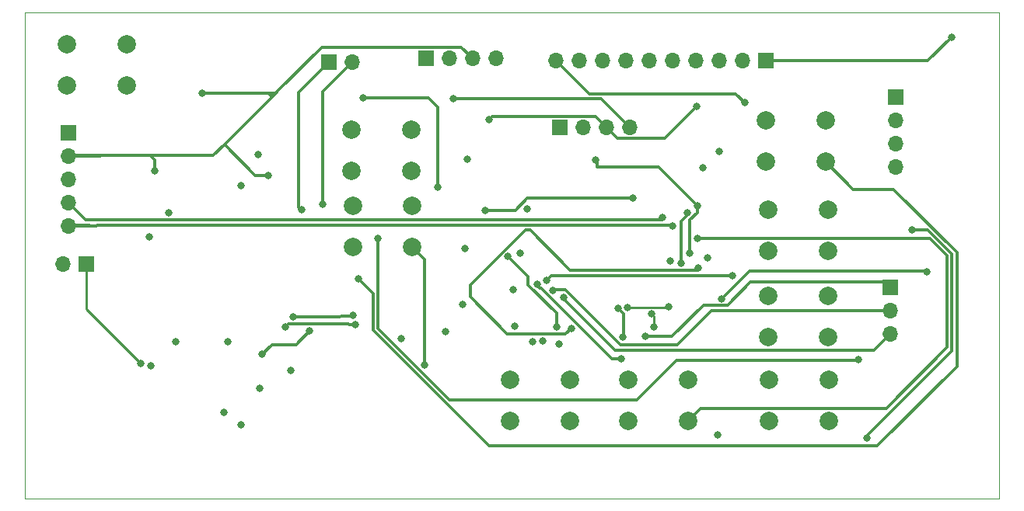
<source format=gbr>
%TF.GenerationSoftware,KiCad,Pcbnew,7.0.9-7.0.9~ubuntu22.04.1*%
%TF.CreationDate,2024-03-26T10:14:33-06:00*%
%TF.ProjectId,StmBoard,53746d42-6f61-4726-942e-6b696361645f,rev?*%
%TF.SameCoordinates,Original*%
%TF.FileFunction,Copper,L4,Bot*%
%TF.FilePolarity,Positive*%
%FSLAX46Y46*%
G04 Gerber Fmt 4.6, Leading zero omitted, Abs format (unit mm)*
G04 Created by KiCad (PCBNEW 7.0.9-7.0.9~ubuntu22.04.1) date 2024-03-26 10:14:33*
%MOMM*%
%LPD*%
G01*
G04 APERTURE LIST*
%TA.AperFunction,ComponentPad*%
%ADD10C,2.000000*%
%TD*%
%TA.AperFunction,ComponentPad*%
%ADD11R,1.700000X1.700000*%
%TD*%
%TA.AperFunction,ComponentPad*%
%ADD12O,1.700000X1.700000*%
%TD*%
%TA.AperFunction,ViaPad*%
%ADD13C,0.800000*%
%TD*%
%TA.AperFunction,Conductor*%
%ADD14C,0.250000*%
%TD*%
%TA.AperFunction,Conductor*%
%ADD15C,0.304800*%
%TD*%
%TA.AperFunction,Profile*%
%ADD16C,0.100000*%
%TD*%
G04 APERTURE END LIST*
D10*
%TO.P,SW7,1*%
%TO.N,+3.3V*%
X109275000Y-96150000D03*
X115775000Y-96150000D03*
%TO.P,SW7,2*%
%TO.N,/A6*%
X109275000Y-100650000D03*
X115775000Y-100650000D03*
%TD*%
D11*
%TO.P,U11,1,gnd*%
%TO.N,GND*%
X117230000Y-80100000D03*
D12*
%TO.P,U11,2,gnd*%
X119770000Y-80100000D03*
%TO.P,U11,3,5v*%
%TO.N,VCC*%
X122310000Y-80100000D03*
%TO.P,U11,4,3.3v*%
%TO.N,+3.3V*%
X124850000Y-80100000D03*
%TD*%
D11*
%TO.P,U3,1,GND*%
%TO.N,GND*%
X131800000Y-87600000D03*
D12*
%TO.P,U3,2,VCC*%
%TO.N,+3.3V*%
X134340000Y-87600000D03*
%TO.P,U3,3,SCL*%
%TO.N,/SCL*%
X136880000Y-87600000D03*
%TO.P,U3,4,SDA*%
%TO.N,/SDA*%
X139420000Y-87600000D03*
%TD*%
D10*
%TO.P,SW8,1*%
%TO.N,+3.3V*%
X109150000Y-87850000D03*
X115650000Y-87850000D03*
%TO.P,SW8,2*%
%TO.N,/A7*%
X109150000Y-92350000D03*
X115650000Y-92350000D03*
%TD*%
%TO.P,SW2,1*%
%TO.N,+3.3V*%
X154550000Y-96550000D03*
X161050000Y-96550000D03*
%TO.P,SW2,2*%
%TO.N,/A1*%
X154550000Y-101050000D03*
X161050000Y-101050000D03*
%TD*%
D11*
%TO.P,U4,1,GND*%
%TO.N,GND*%
X168400000Y-84320000D03*
D12*
%TO.P,U4,2,VCC*%
%TO.N,+3.3V*%
X168400000Y-86860000D03*
%TO.P,U4,3,SCL*%
%TO.N,/SCL*%
X168400000Y-89400000D03*
%TO.P,U4,4,SDA*%
%TO.N,/SDA*%
X168400000Y-91940000D03*
%TD*%
D10*
%TO.P,SW4,1*%
%TO.N,+3.3V*%
X154600000Y-115100000D03*
X161100000Y-115100000D03*
%TO.P,SW4,2*%
%TO.N,/A3*%
X154600000Y-119600000D03*
X161100000Y-119600000D03*
%TD*%
D11*
%TO.P,U7,1,VCC*%
%TO.N,Net-(J1-VBUS)*%
X80300000Y-102500000D03*
D12*
%TO.P,U7,2,GDN*%
%TO.N,GND*%
X77760000Y-102500000D03*
%TD*%
D11*
%TO.P,U12,1,GND*%
%TO.N,GND*%
X78335000Y-88205000D03*
D12*
%TO.P,U12,2,VCC*%
%TO.N,VCC*%
X78335000Y-90745000D03*
%TO.P,U12,3,Reset*%
%TO.N,/reset*%
X78335000Y-93285000D03*
%TO.P,U12,4,SWCLK*%
%TO.N,SWCLK*%
X78335000Y-95825000D03*
%TO.P,U12,5,SWDIO*%
%TO.N,SWDIO*%
X78335000Y-98365000D03*
%TD*%
D10*
%TO.P,SW6,1*%
%TO.N,+3.3V*%
X126400000Y-115100000D03*
X132900000Y-115100000D03*
%TO.P,SW6,2*%
%TO.N,/A5*%
X126400000Y-119600000D03*
X132900000Y-119600000D03*
%TD*%
%TO.P,SW3,1*%
%TO.N,+3.3V*%
X154500000Y-105950000D03*
X161000000Y-105950000D03*
%TO.P,SW3,2*%
%TO.N,/A2*%
X154500000Y-110450000D03*
X161000000Y-110450000D03*
%TD*%
D11*
%TO.P,U5,1,ADC1*%
%TO.N,Net-(U2-ADC1)*%
X167800000Y-105060000D03*
D12*
%TO.P,U5,2,ADC2*%
%TO.N,Net-(U2-ADC2)*%
X167800000Y-107600000D03*
%TO.P,U5,3,ADC3*%
%TO.N,Net-(U2-ADC3)*%
X167800000Y-110140000D03*
%TD*%
D10*
%TO.P,SW9,1*%
%TO.N,/reset*%
X78160000Y-78570000D03*
X84660000Y-78570000D03*
%TO.P,SW9,2*%
%TO.N,GND*%
X78160000Y-83070000D03*
X84660000Y-83070000D03*
%TD*%
D11*
%TO.P,U10,1,PB_1*%
%TO.N,Net-(U1-PB1)*%
X154270000Y-80350000D03*
D12*
%TO.P,U10,2,PB_2*%
%TO.N,Net-(U1-PB2)*%
X151730000Y-80350000D03*
%TO.P,U10,3,PB_3*%
%TO.N,Net-(U1-PB3)*%
X149190000Y-80350000D03*
%TO.P,U10,4,PB_4*%
%TO.N,Net-(U1-PB4)*%
X146650000Y-80350000D03*
%TO.P,U10,5,PB_5*%
%TO.N,Net-(U1-PB5)*%
X144110000Y-80350000D03*
%TO.P,U10,6,PB_6*%
%TO.N,Net-(U1-PB6)*%
X141570000Y-80350000D03*
%TO.P,U10,7,PB_7*%
%TO.N,Net-(U1-PB7)*%
X139030000Y-80350000D03*
%TO.P,U10,8,PB_8*%
%TO.N,Net-(U1-PB8)*%
X136490000Y-80350000D03*
%TO.P,U10,9,PB_9*%
%TO.N,Net-(U1-PB9)*%
X133950000Y-80350000D03*
%TO.P,U10,10,PB_0*%
%TO.N,Net-(U1-PB0)*%
X131410000Y-80350000D03*
%TD*%
D10*
%TO.P,SW1,1*%
%TO.N,+3.3V*%
X154250000Y-86850000D03*
X160750000Y-86850000D03*
%TO.P,SW1,2*%
%TO.N,/A0*%
X154250000Y-91350000D03*
X160750000Y-91350000D03*
%TD*%
%TO.P,SW5,1*%
%TO.N,+3.3V*%
X139300000Y-115100000D03*
X145800000Y-115100000D03*
%TO.P,SW5,2*%
%TO.N,/A4*%
X139300000Y-119600000D03*
X145800000Y-119600000D03*
%TD*%
D11*
%TO.P,U6,1,Rx*%
%TO.N,/RX_UASART2_VCOM*%
X106700000Y-80500000D03*
D12*
%TO.P,U6,2,Tx*%
%TO.N,/TX_UASART2_VCOM*%
X109240000Y-80500000D03*
%TD*%
D13*
%TO.N,GND*%
X149040000Y-121180000D03*
%TO.N,+3.3V*%
X129940000Y-110880000D03*
%TO.N,GND*%
X121470000Y-100850000D03*
%TO.N,Net-(J1-VBUS)*%
X86210000Y-113370000D03*
%TO.N,GND*%
X98940000Y-90560000D03*
%TO.N,+3.3V*%
X99120000Y-116070000D03*
%TO.N,GND*%
X89250000Y-96940000D03*
X87140000Y-99590000D03*
X102560000Y-114120000D03*
X89980000Y-110970000D03*
%TO.N,+3.3V*%
X87330000Y-113580000D03*
X95210000Y-118700000D03*
%TO.N,GND*%
X97070000Y-120040000D03*
%TO.N,+3.3V*%
X128310000Y-96460000D03*
%TO.N,GND*%
X127470000Y-101290000D03*
X121790000Y-91060000D03*
%TO.N,+3.3V*%
X126750000Y-105330000D03*
X97150000Y-93950000D03*
X149200000Y-90250000D03*
X119400000Y-109851900D03*
%TO.N,GND*%
X114550000Y-110600000D03*
X131750000Y-111250000D03*
X147950000Y-101850000D03*
X128850000Y-111000000D03*
X147414055Y-92000000D03*
X95670000Y-110970000D03*
X126900000Y-109250000D03*
X121200000Y-106950000D03*
X143810000Y-102160000D03*
%TO.N,VCC*%
X87700000Y-92350000D03*
X92900000Y-83900000D03*
X100050000Y-92850000D03*
%TO.N,/reset*%
X110400000Y-84400000D03*
X118500000Y-94100000D03*
%TO.N,/A1*%
X150600000Y-103800000D03*
X130400000Y-104300000D03*
%TO.N,/A3*%
X141800000Y-107905200D03*
X142100000Y-109354700D03*
%TO.N,/A0*%
X109900000Y-104150000D03*
%TO.N,/A4*%
X146800000Y-99700000D03*
%TO.N,/A5*%
X170200000Y-98800000D03*
X165300000Y-121500000D03*
%TO.N,/A6*%
X138181674Y-107318326D03*
X138705767Y-110494233D03*
X117100000Y-113561500D03*
%TO.N,/A7*%
X164300000Y-112900000D03*
X112000000Y-99700000D03*
X143700000Y-107200000D03*
X139176612Y-107222911D03*
%TO.N,/SDA*%
X109550000Y-109100000D03*
X120250000Y-84450000D03*
X146800000Y-96200000D03*
X135750000Y-91150000D03*
X101950000Y-109350000D03*
X146000000Y-101324500D03*
%TO.N,/SCL*%
X109282489Y-108136962D03*
X102800000Y-108295700D03*
X145050000Y-102400000D03*
X146700000Y-85350000D03*
X145750112Y-96886539D03*
X124100000Y-86750000D03*
%TO.N,/TX_UASART2_VCOM*%
X104600000Y-109800000D03*
X106000000Y-96000000D03*
X99431674Y-112331674D03*
%TO.N,/RX_UASART2_VCOM*%
X103700000Y-96600000D03*
%TO.N,Net-(U1-PB0)*%
X149400000Y-106286100D03*
X151950000Y-84900000D03*
X171800000Y-103350000D03*
%TO.N,Net-(U1-PB1)*%
X174456674Y-77793326D03*
%TO.N,Net-(U1-PA8)*%
X133075352Y-109525355D03*
X146900000Y-102950000D03*
%TO.N,SWDIO*%
X144100000Y-98400000D03*
%TO.N,SWCLK*%
X143000000Y-97437900D03*
%TO.N,Net-(U1-PA15)*%
X131450000Y-109398100D03*
X123700000Y-96630000D03*
X139750000Y-95300000D03*
X126168028Y-101678028D03*
%TO.N,Net-(U2-ADC3)*%
X132243368Y-106158532D03*
%TO.N,Net-(U2-ADC2)*%
X131066505Y-105351900D03*
%TO.N,Net-(U2-ADC1)*%
X138500000Y-112814700D03*
X129337087Y-104682679D03*
X141100000Y-110415500D03*
%TD*%
D14*
%TO.N,/A3*%
X142100000Y-109354700D02*
X142100000Y-108205200D01*
X142100000Y-108205200D02*
X141800000Y-107905200D01*
%TO.N,/A7*%
X139176612Y-107222911D02*
X143677089Y-107222911D01*
X143677089Y-107222911D02*
X143700000Y-107200000D01*
%TO.N,Net-(J1-VBUS)*%
X86210000Y-113370000D02*
X80300000Y-107460000D01*
X80300000Y-107460000D02*
X80300000Y-102500000D01*
D15*
%TO.N,VCC*%
X99780000Y-83900000D02*
X100150000Y-83900000D01*
X99780000Y-83900000D02*
X100895200Y-83900000D01*
X92900000Y-83900000D02*
X99780000Y-83900000D01*
X100522600Y-84272600D02*
X101122600Y-83672600D01*
X101122600Y-83672600D02*
X105897600Y-78897600D01*
X100895200Y-83900000D02*
X101122600Y-83672600D01*
%TO.N,Net-(U1-PB0)*%
X149400000Y-106286100D02*
X149463900Y-106286100D01*
X152450000Y-103300000D02*
X171750000Y-103300000D01*
X149463900Y-106286100D02*
X152450000Y-103300000D01*
X171750000Y-103300000D02*
X171800000Y-103350000D01*
%TO.N,VCC*%
X81800000Y-90700000D02*
X87200000Y-90700000D01*
X77600000Y-90700000D02*
X81800000Y-90700000D01*
X81800000Y-90700000D02*
X81755000Y-90745000D01*
X81755000Y-90745000D02*
X78335000Y-90745000D01*
%TO.N,SWCLK*%
X80195000Y-97685000D02*
X143000000Y-97685000D01*
X80195000Y-97685000D02*
X78335000Y-95825000D01*
%TO.N,SWDIO*%
X81410000Y-98320000D02*
X144020000Y-98320000D01*
X81410000Y-98320000D02*
X81365000Y-98365000D01*
X81365000Y-98365000D02*
X78335000Y-98365000D01*
X77600000Y-98320000D02*
X80620000Y-98320000D01*
%TO.N,Net-(U1-PA15)*%
X123700000Y-96630000D02*
X126970000Y-96630000D01*
X126970000Y-96630000D02*
X128300000Y-95300000D01*
X128300000Y-95300000D02*
X139750000Y-95300000D01*
X128350000Y-104759647D02*
X131450000Y-107859647D01*
X126168028Y-101678028D02*
X128350000Y-103860000D01*
X128350000Y-103860000D02*
X128350000Y-104759647D01*
X131450000Y-107859647D02*
X131450000Y-109398100D01*
%TO.N,Net-(U1-PB0)*%
X151950000Y-84900000D02*
X150995200Y-83945200D01*
X150995200Y-83945200D02*
X135005200Y-83945200D01*
X135005200Y-83945200D02*
X131410000Y-80350000D01*
%TO.N,VCC*%
X100050000Y-92850000D02*
X98650000Y-92850000D01*
X87700000Y-92350000D02*
X87700000Y-91200000D01*
X94095200Y-90700000D02*
X95297600Y-89497600D01*
X87700000Y-91200000D02*
X87200000Y-90700000D01*
X87200000Y-90700000D02*
X94095200Y-90700000D01*
X100150000Y-83900000D02*
X100522600Y-84272600D01*
X121107600Y-78897600D02*
X122310000Y-80100000D01*
X95297600Y-89497600D02*
X100522600Y-84272600D01*
X105897600Y-78897600D02*
X121107600Y-78897600D01*
X98650000Y-92850000D02*
X95297600Y-89497600D01*
%TO.N,/reset*%
X117500000Y-84400000D02*
X118500000Y-85400000D01*
X118500000Y-94100000D02*
X118500000Y-85400000D01*
X117500000Y-84400000D02*
X110400000Y-84400000D01*
%TO.N,/A1*%
X150600000Y-103800000D02*
X130900000Y-103800000D01*
X130900000Y-103800000D02*
X130400000Y-104300000D01*
%TO.N,/A0*%
X111495200Y-105745200D02*
X111495200Y-109734651D01*
X124110549Y-122350000D02*
X166400000Y-122350000D01*
X109900000Y-104150000D02*
X111495200Y-105745200D01*
X166400000Y-122350000D02*
X175050000Y-113700000D01*
X111495200Y-109734651D02*
X124110549Y-122350000D01*
X175050000Y-101222209D02*
X168177791Y-94350000D01*
X168177791Y-94350000D02*
X163750000Y-94350000D01*
X163750000Y-94350000D02*
X160750000Y-91350000D01*
X175050000Y-113700000D02*
X175050000Y-101222209D01*
%TO.N,/A4*%
X145800000Y-119600000D02*
X147152400Y-118247600D01*
X147152400Y-118247600D02*
X167352400Y-118247600D01*
X174000000Y-111600000D02*
X174000000Y-101600000D01*
X167352400Y-118247600D02*
X174000000Y-111600000D01*
X172097600Y-99697600D02*
X148202400Y-99697600D01*
X174000000Y-101600000D02*
X172200000Y-99800000D01*
X148200000Y-99700000D02*
X146800000Y-99700000D01*
X172200000Y-99800000D02*
X172097600Y-99697600D01*
X148202400Y-99697600D02*
X148200000Y-99700000D01*
%TO.N,/A5*%
X174504800Y-111995200D02*
X165300000Y-121200000D01*
X174504800Y-101390905D02*
X174504800Y-111995200D01*
X165300000Y-121200000D02*
X165300000Y-121500000D01*
X171913895Y-98800000D02*
X174504800Y-101390905D01*
X170200000Y-98800000D02*
X171913895Y-98800000D01*
%TO.N,/A6*%
X138181674Y-107318326D02*
X138800000Y-107936652D01*
X117100000Y-101975000D02*
X115775000Y-100650000D01*
X117100000Y-113561500D02*
X117100000Y-101975000D01*
X138800000Y-107936652D02*
X138800000Y-110400000D01*
X138800000Y-110400000D02*
X138705767Y-110494233D01*
%TO.N,/A7*%
X112000000Y-99700000D02*
X112000000Y-109525555D01*
X144500000Y-113000000D02*
X164200000Y-113000000D01*
X112000000Y-109525555D02*
X119774445Y-117300000D01*
X140200000Y-117300000D02*
X144500000Y-113000000D01*
X164200000Y-113000000D02*
X164300000Y-112900000D01*
X119774445Y-117300000D02*
X140200000Y-117300000D01*
%TO.N,/SDA*%
X120250000Y-84450000D02*
X136270000Y-84450000D01*
X146800000Y-96200000D02*
X142550000Y-91950000D01*
X135900000Y-91950000D02*
X135900000Y-91300000D01*
X146000000Y-101324500D02*
X146000000Y-97700000D01*
X108850000Y-109100000D02*
X109550000Y-109100000D01*
X146800000Y-96900000D02*
X146800000Y-96200000D01*
X108797600Y-109047600D02*
X108850000Y-109100000D01*
X146000000Y-97700000D02*
X146800000Y-96900000D01*
X135900000Y-91300000D02*
X135750000Y-91150000D01*
X142550000Y-91950000D02*
X135900000Y-91950000D01*
X101950000Y-109350000D02*
X102252400Y-109047600D01*
X102252400Y-109047600D02*
X108797600Y-109047600D01*
X136270000Y-84450000D02*
X139420000Y-87600000D01*
%TO.N,/SCL*%
X145050000Y-102400000D02*
X145050000Y-97850000D01*
X145750112Y-96950112D02*
X145750112Y-96886539D01*
X107904300Y-108295700D02*
X108000000Y-108200000D01*
X135677600Y-86397600D02*
X136880000Y-87600000D01*
X146700000Y-85350000D02*
X143247600Y-88802400D01*
X108000000Y-108200000D02*
X109219451Y-108200000D01*
X145050000Y-97850000D02*
X145850000Y-97050000D01*
X109219451Y-108200000D02*
X109282489Y-108136962D01*
X102800000Y-108295700D02*
X107904300Y-108295700D01*
X138082400Y-88802400D02*
X136880000Y-87600000D01*
X143247600Y-88802400D02*
X138082400Y-88802400D01*
X145850000Y-97050000D02*
X145750112Y-96950112D01*
X124100000Y-86750000D02*
X124452400Y-86397600D01*
X124452400Y-86397600D02*
X135677600Y-86397600D01*
%TO.N,/TX_UASART2_VCOM*%
X100463348Y-111300000D02*
X103100000Y-111300000D01*
X100463348Y-111300000D02*
X99431674Y-112331674D01*
X104600000Y-109800000D02*
X103100000Y-111300000D01*
X106000000Y-83740000D02*
X106000000Y-96000000D01*
X109240000Y-80500000D02*
X106000000Y-83740000D01*
%TO.N,/RX_UASART2_VCOM*%
X103400000Y-83800000D02*
X103400000Y-96300000D01*
X106700000Y-80500000D02*
X103400000Y-83800000D01*
X103400000Y-96300000D02*
X103700000Y-96600000D01*
%TO.N,Net-(U1-PB1)*%
X171900000Y-80350000D02*
X154270000Y-80350000D01*
X174456674Y-77793326D02*
X171900000Y-80350000D01*
%TO.N,Net-(U1-PA8)*%
X132450707Y-110150000D02*
X126100000Y-110150000D01*
X122050000Y-104835945D02*
X128061145Y-98824800D01*
X122050000Y-106100000D02*
X122050000Y-104835945D01*
X146697600Y-103152400D02*
X146900000Y-102950000D01*
X132966455Y-103152400D02*
X146697600Y-103152400D01*
X133075352Y-109525355D02*
X132450707Y-110150000D01*
X126100000Y-110150000D02*
X122050000Y-106100000D01*
X128061145Y-98824800D02*
X128638855Y-98824800D01*
X128638855Y-98824800D02*
X132966455Y-103152400D01*
%TO.N,SWDIO*%
X144020000Y-98320000D02*
X144100000Y-98400000D01*
%TO.N,SWCLK*%
X143000000Y-97685000D02*
X143000000Y-97437900D01*
%TO.N,Net-(U2-ADC3)*%
X137832600Y-111932600D02*
X166007400Y-111932600D01*
X166007400Y-111932600D02*
X167800000Y-110140000D01*
X132243368Y-106343368D02*
X137832600Y-111932600D01*
X132243368Y-106158532D02*
X132243368Y-106343368D01*
%TO.N,Net-(U2-ADC2)*%
X131066505Y-105351900D02*
X131118405Y-105300000D01*
X131118405Y-105300000D02*
X132448185Y-105300000D01*
X144600000Y-111297600D02*
X148297600Y-107600000D01*
X148297600Y-107600000D02*
X167800000Y-107600000D01*
X132448185Y-105300000D02*
X138445785Y-111297600D01*
X138445785Y-111297600D02*
X144600000Y-111297600D01*
%TO.N,Net-(U2-ADC1)*%
X129319766Y-104700000D02*
X129337087Y-104682679D01*
X144047100Y-110415500D02*
X147497600Y-106965000D01*
X129200000Y-104700000D02*
X129319766Y-104700000D01*
X129751815Y-105100000D02*
X129600000Y-105100000D01*
X138500000Y-112814700D02*
X137466515Y-112814700D01*
X167207400Y-104467400D02*
X167800000Y-105060000D01*
X137466515Y-112814700D02*
X129751815Y-105100000D01*
X129600000Y-105100000D02*
X129200000Y-104700000D01*
X152597600Y-104467400D02*
X167207400Y-104467400D01*
X141100000Y-110415500D02*
X144047100Y-110415500D01*
X150100000Y-106965000D02*
X152597600Y-104467400D01*
X147497600Y-106965000D02*
X150100000Y-106965000D01*
%TD*%
D16*
X73570000Y-75080000D02*
X179650000Y-75080000D01*
X179650000Y-128060000D01*
X73570000Y-128060000D01*
X73570000Y-75080000D01*
M02*

</source>
